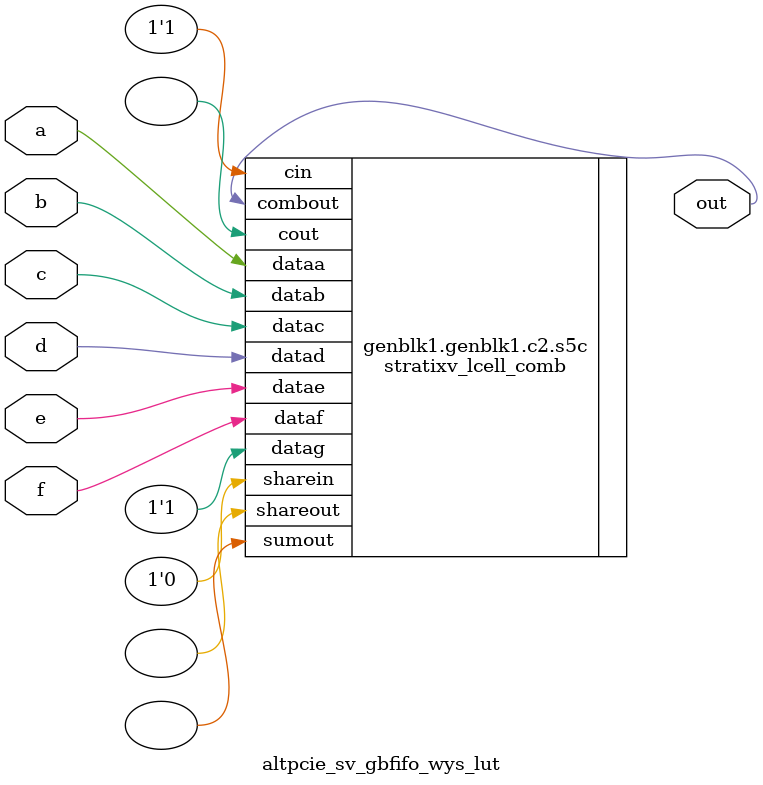
<source format=v>


`timescale 1ns / 1ps
// synthesis translate_on




// CONFIDENCE
// This has been used successfully in multiple Altera wireline projects
//

module altpcie_sv_gbfifo #(
        parameter TARGET_CHIP = 2, // 1 S4, 2 S5,
        parameter SIM_EMULATE = 1'b0,  // simulation equivalent, only for S5 right now
        parameter WIDTH = 80, // typical 20,40,60,80
        parameter PREVENT_OVERFLOW = 1'b1,      // ignore requests that would cause overflow
        parameter PREVENT_UNDERFLOW = 1'b1,     // ignore requests that would cause underflow
        parameter RAM_GROUPS = (WIDTH < 20) ? 1 : (WIDTH / 20), // min 1, WIDTH must be divisible by RAM_GROUPS
        parameter GROUP_RADDR = (WIDTH < 20) ? 1'b0 : 1'b1,  // 1 to duplicate RADDR per group as well as WADDR
        parameter FLAG_DUPES = 1, // if > 1 replicate full / empty flags for fanout balancing
        parameter ADDR_WIDTH = 5, // 4 or 5
        parameter DISABLE_USED = 1'b0
)(
        input clk,
        input sclr,

        input [WIDTH-1:0] wdata,
        input wreq,
        output [FLAG_DUPES-1:0] full,   // optional duplicates for loading

        output [WIDTH-1:0] rdata,
        input rreq,
        output [FLAG_DUPES-1:0] empty,  // optional duplicates for loading

        output [ADDR_WIDTH-1:0] used
);

// synthesis translate off
initial begin
        if (WIDTH > 20 && (RAM_GROUPS * 20 != WIDTH)) begin
                $display ("Error in scfifo_mlab parameters - the physical width is a multiple of 20, this needs to match");
                $stop();
        end
end
// synthesis translate on


////////////////////////////////////
// rereg sclr
////////////////////////////////////

reg sclr_int = 1'b1 /* synthesis preserve */;
always @(posedge clk) begin
        sclr_int <= sclr;
end

////////////////////////////////////
// addr pointers
////////////////////////////////////

wire winc;
wire rinc;

wire [RAM_GROUPS*ADDR_WIDTH-1:0] rptr;
reg [ADDR_WIDTH-1:0] wcntr = {ADDR_WIDTH{1'b0}} /* synthesis preserve */;
reg [ADDR_WIDTH-1:0] rcntr = {ADDR_WIDTH{1'b0}} /* synthesis preserve */;

always @(posedge clk) begin
        if (sclr_int) wcntr <= {ADDR_WIDTH{1'b0}} | 1'b1;
        else if (winc) wcntr <= wcntr + 1'b1;

        if (sclr_int) rcntr <= {ADDR_WIDTH{1'b0}} | (GROUP_RADDR ? 2'd2 : 2'd1);
        else if (rinc) rcntr <= rcntr + 1'b1;
end

// optional duplication of the read address
generate
        if (GROUP_RADDR) begin : gr
                reg [RAM_GROUPS*ADDR_WIDTH-1:0] rptr_r = {RAM_GROUPS{{ADDR_WIDTH{1'b0}} | 1'b1}}
                        /* synthesis preserve */;
                always @(posedge clk) begin
                        if (sclr_int) rptr_r <= {RAM_GROUPS{{ADDR_WIDTH{1'b0}} | 1'b1}} ;
                        else if (rinc) rptr_r <= {RAM_GROUPS{rcntr}};
                end
                assign rptr = rptr_r;
        end
        else begin : ngr
                assign rptr = {RAM_GROUPS{rcntr}};
        end
endgenerate

//////////////////////////////////////////////////
// adjust pointers for RAM latency
//////////////////////////////////////////////////

reg [ADDR_WIDTH-1:0] rptr_completed = {ADDR_WIDTH{1'b0}};

always @(posedge clk) begin
        if (sclr_int) begin
                rptr_completed <= {ADDR_WIDTH{1'b0}};
        end
        else begin
                if (rinc) rptr_completed <= rptr[ADDR_WIDTH-1:0];
        end
end

reg [ADDR_WIDTH-1:0] wptr_d = {ADDR_WIDTH{1'b0}};
reg [ADDR_WIDTH-1:0] wptr_completed = {ADDR_WIDTH{1'b0}};

wire [ADDR_WIDTH-1:0] wptr_d_w = winc ? wcntr : wptr_d /* synthesis keep */;

always @(posedge clk) begin
        if (sclr_int) begin
                wptr_d <= {ADDR_WIDTH{1'b0}};
                wptr_completed <= {ADDR_WIDTH{1'b0}};
        end
        else begin
                wptr_d <= wptr_d_w;
                wptr_completed <= wptr_d;
        end
end

//////////////////////////////////////////////////
// compare pointers
//////////////////////////////////////////////////

genvar i;
generate
        for (i=0; i<FLAG_DUPES; i=i+1) begin : fg

                //assign full[i] = ~|(rptr_completed ^ wcntr);
                //assign empty[i] = ~|(rptr_completed ^ wptr_completed);

                altpcie_sv_gbfifo_eq_5_ena eq0 (
                        .da(5'h0 | rptr_completed),
                        .db(5'h0 | wcntr),
                        .ena(1'b1),
                        .eq(full[i])
                );
                defparam eq0 .TARGET_CHIP = TARGET_CHIP;   // 0 generic, 1 S4, 2 S5

                altpcie_sv_gbfifo_eq_5_ena eq1 (
                        .da(5'h0 | rptr_completed),
                        .db(5'h0 | wptr_completed),
                        .ena(1'b1),
                        .eq(empty[i])
                );
                defparam eq1 .TARGET_CHIP = TARGET_CHIP;   // 0 generic, 1 S4, 2 S5

        end
endgenerate

//////////////////////////////////////////////////
// storage array - split in addr reg groups
//////////////////////////////////////////////////

reg [ADDR_WIDTH*RAM_GROUPS-1:0] waddr_reg = {(RAM_GROUPS*ADDR_WIDTH){1'b0}} /* synthesis preserve */;
reg [WIDTH-1:0] wdata_reg = {WIDTH{1'b0}} /* synthesis preserve */;
wire [WIDTH-1:0] ram_q;
reg [WIDTH-1:0] rdata_reg = {WIDTH{1'b0}};

wire [ADDR_WIDTH-1:0] wptr_inv = wcntr ^ 1'b1;
always @(posedge clk) begin
        waddr_reg <= {RAM_GROUPS{wptr_inv}};
        wdata_reg <= wdata;
end

generate
        for (i=0; i<RAM_GROUPS;i=i+1) begin : sm
                if (TARGET_CHIP == 1) begin : tc1
                        alt_s4mlab sm0 (
                                .wclk(clk),
                                .wena(1'b1),
                                .waddr_reg(waddr_reg[((i+1)*ADDR_WIDTH)-1:i*ADDR_WIDTH]),
                                .wdata_reg(wdata_reg[(i+1)*(WIDTH/RAM_GROUPS)-1:i*(WIDTH/RAM_GROUPS)]),
                                .raddr(rptr[((i+1)*ADDR_WIDTH)-1:i*ADDR_WIDTH] ^ 1'b1),
                                .rdata(ram_q[(i+1)*(WIDTH/RAM_GROUPS)-1:i*(WIDTH/RAM_GROUPS)])
                        );
                        defparam sm0 .WIDTH = WIDTH / RAM_GROUPS;
                        defparam sm0 .ADDR_WIDTH = ADDR_WIDTH;
                end
                else if (TARGET_CHIP == 2 || TARGET_CHIP == 0) begin : tc2
                        altpcie_sv_gbfifo_s5mlab sm0 (
                                .wclk(clk),
                                .wena(1'b1),
                                .waddr_reg(waddr_reg[((i+1)*ADDR_WIDTH)-1:i*ADDR_WIDTH]),
                                .wdata_reg(wdata_reg[(i+1)*(WIDTH/RAM_GROUPS)-1:i*(WIDTH/RAM_GROUPS)]),
                                .raddr(rptr[((i+1)*ADDR_WIDTH)-1:i*ADDR_WIDTH] ^ 1'b1),
                                .rdata(ram_q[(i+1)*(WIDTH/RAM_GROUPS)-1:i*(WIDTH/RAM_GROUPS)])
                        );
                        defparam sm0 .WIDTH = WIDTH / RAM_GROUPS;
                        defparam sm0 .ADDR_WIDTH = ADDR_WIDTH;
                        defparam sm0 .SIM_EMULATE = SIM_EMULATE;
                end
                else if (TARGET_CHIP == 5) begin : tc5
                        alt_a10mlab sm0 (
                                .wclk(clk),
                                .wena(1'b1),
                                .waddr_reg(waddr_reg[((i+1)*ADDR_WIDTH)-1:i*ADDR_WIDTH]),
                                .wdata_reg(wdata_reg[(i+1)*(WIDTH/RAM_GROUPS)-1:i*(WIDTH/RAM_GROUPS)]),
                                .raddr(rptr[((i+1)*ADDR_WIDTH)-1:i*ADDR_WIDTH] ^ 1'b1),
                                .rdata(ram_q[(i+1)*(WIDTH/RAM_GROUPS)-1:i*(WIDTH/RAM_GROUPS)])
                        );
                        defparam sm0 .WIDTH = WIDTH / RAM_GROUPS;
                        defparam sm0 .ADDR_WIDTH = ADDR_WIDTH;
                        defparam sm0 .SIM_EMULATE = SIM_EMULATE;
                end
                else begin : tc66
                        // synthesis translate off
                        initial begin
                                $display ("Error - Unsure how to make mlab cells for this target chip");
                                $stop();
                        end
                        // synthesis translate on
                end
        end
endgenerate

// output reg - don't defeat clock enable (?) Works really well on S5
wire [WIDTH-1:0] rdata_mx = rinc ? ram_q: rdata_reg ;
always @(posedge clk) begin
        rdata_reg <= rdata_mx;
end
assign rdata = rdata_reg;

//////////////////////////////////////////////////
// used words
//////////////////////////////////////////////////

generate
        if (DISABLE_USED) begin : nwu
                assign used = {ADDR_WIDTH{1'b0}};
        end
        else begin : wu
                reg [ADDR_WIDTH-1:0] used_r = {ADDR_WIDTH{1'b0}} /* synthesis preserve */;
                always @(posedge clk) begin
                        used_r <= wptr_completed - rptr_completed;
                end
                assign used = used_r;
        end
endgenerate

////////////////////////////////////
// qualified requests
////////////////////////////////////

//wire winc = wreq & (~full[0] | ~PREVENT_OVERFLOW);
//wire rinc = rreq & (~empty[0] | ~PREVENT_UNDERFLOW);

generate
        if (PREVENT_OVERFLOW) begin
                altpcie_sv_gbfifo_neq_5_ena eq2 (
                        .da(5'h0 | rptr_completed),
                        .db(5'h0 | wcntr),
                        .ena(wreq),
                        .eq(winc)
                );
                defparam eq2 .TARGET_CHIP = TARGET_CHIP;   // 0 generic, 1 S4, 2 S5
        end
        else assign winc = wreq;
endgenerate

generate
        if (PREVENT_UNDERFLOW) begin
                altpcie_sv_gbfifo_neq_5_ena eq3 (
                        .da(5'h0 | rptr_completed),
                        .db(5'h0 | wptr_completed),
                        .ena(rreq),
                        .eq(rinc)
                );
                defparam eq3 .TARGET_CHIP = TARGET_CHIP;   // 0 generic, 1 S4, 2 S5
        end
        else assign rinc = rreq;
endgenerate

endmodule


// BENCHMARK INFO :  5SGXEA7N2F45C2
// BENCHMARK INFO :  Quartus II 64-Bit Version 13.1.0 Build 162 10/23/2013 SJ Full Version
// BENCHMARK INFO :  Uses helper file :  alt_scfifo_mlab.v
// BENCHMARK INFO :  Uses helper file :  altpcie_sv_gbfifo_eq_5_ena.v
// BENCHMARK INFO :  Uses helper file :  altpcie_sv_gbfifo_wys_lut.v
// BENCHMARK INFO :  Uses helper file :  altpcie_sv_gbfifo_s5mlab.v
// BENCHMARK INFO :  Uses helper file :  altpcie_sv_gbfifo_neq_5_ena.v
// BENCHMARK INFO :  Max depth :  3.0 LUTs
// BENCHMARK INFO :  Total registers : 231
// BENCHMARK INFO :  Total pins : 171
// BENCHMARK INFO :  Total virtual pins : 0
// BENCHMARK INFO :  Total block memory bits : 0
// BENCHMARK INFO :  Comb ALUTs :  38
// BENCHMARK INFO :  ALMs : 93 / 234,720 ( < 1 % )
// BENCHMARK INFO :  Worst setup path @ 468.75MHz : 0.393 ns, From gr.rptr_r[19], To rdata_reg[73]}
// BENCHMARK INFO :  Worst setup path @ 468.75MHz : 0.101 ns, From rptr_completed[1], To altpcie_sv_gbfifo_s5mlab:sm[1].tc2.sm0|ml[0].lrm~ENA1REGOUT}
// BENCHMARK INFO :  Worst setup path @ 468.75MHz : 0.453 ns, From rptr_completed[2], To rcntr[0]}
//
//
//
// baeckler - 01-25-2012
// force the decomposition of 5 bit FIFO pointer compare with enable

// DESCRIPTION
//
// This is a pipelined comparator for din_a != din_b with an enable AND gate at the output.
//


module altpcie_sv_gbfifo_neq_5_ena #(
        parameter TARGET_CHIP = 2   // 0 generic, 1 S4, 2 S5
)(
        input [4:0] da,
        input [4:0] db,
        input ena,
        output eq
);

wire w0_o;
altpcie_sv_gbfifo_wys_lut w0 (
        .a(da[0]),
        .b(da[1]),
        .c(da[2]),
        .d(db[0]),
        .e(db[1]),
        .f(db[2]),
        .out (w0_o)
);
defparam w0 .TARGET_CHIP = TARGET_CHIP;
defparam w0 .MASK = 64'h8040201008040201; // {a,b,c} == {d,e,f}

altpcie_sv_gbfifo_wys_lut w1 (
        .a(ena),
        .b(da[3]),
        .c(da[4]),
        .d(db[3]),
        .e(db[4]),
        .f(w0_o),
        .out (eq)
);
defparam w1 .TARGET_CHIP = TARGET_CHIP;
defparam w1 .MASK = 64'h2a8aa2a8aaaaaaaa; // (!({b,c} == {d,e}) || !f) && a;


endmodule

// baeckler - 01-16-2012

// DESCRIPTION
//
// This is a low level instantiation of the Stratix 5 MLAB. Note that the inputs with _reg in the name need to
// be directly driven by registers to pass legality checking.
//



// CONFIDENCE
// This is a key low level wrapper used in many places
//

module altpcie_sv_gbfifo_s5mlab #(
        parameter WIDTH = 20,
        parameter ADDR_WIDTH = 5,
        parameter SIM_EMULATE = 1'b0   // this may not be exactly the same at the fine grain timing level
)
(
        input wclk,
        input wena,
        input [ADDR_WIDTH-1:0] waddr_reg,
        input [WIDTH-1:0] wdata_reg,
        input [ADDR_WIDTH-1:0] raddr,
        output [WIDTH-1:0] rdata
);

localparam NUM_WORDS = (1 << ADDR_WIDTH);
genvar i;
generate
        if (!SIM_EMULATE) begin
                /////////////////////////////////////////////
                // hardware cells

                for (i=0; i<WIDTH; i=i+1)  begin : ml
                        wire wclk_w = wclk;  // workaround strange modelsim warning due to cell model tristate
                        stratixv_mlab_cell lrm (
                                .clk0(wclk_w),
                                .ena0(wena),

                                // synthesis translate off
                                .clk1(1'b0),
                                .ena1(1'b1),
                                .ena2(1'b1),
                                .clr(1'b0),
                                .devclrn(1'b1),
                                .devpor(1'b1),
                                // synthesis translate on

                                .portabyteenamasks(1'b1),
                                .portadatain(wdata_reg[i]),
                                .portaaddr(waddr_reg),
                                .portbaddr(raddr),
                                .portbdataout(rdata[i])

                        );

                        defparam lrm .mixed_port_feed_through_mode = "dont_care";
                        defparam lrm .logical_ram_name = "lrm";
                        defparam lrm .logical_ram_depth = 1 << ADDR_WIDTH;
                        defparam lrm .logical_ram_width = WIDTH;
                        defparam lrm .first_address = 0;
                        defparam lrm .last_address = (1 << ADDR_WIDTH)-1;
                        defparam lrm .first_bit_number = i;
                        defparam lrm .data_width = 1;
                        defparam lrm .address_width = ADDR_WIDTH;
                end
        end
        else begin
                /////////////////////////////////////////////
                // sim equivalent

                reg [WIDTH-1:0] storage [0:NUM_WORDS-1];
                integer k = 0;
                initial begin
                        for (k=0; k<NUM_WORDS; k=k+1) begin
                                storage[k] = 0;
                        end
                end

                always @(posedge wclk) begin
                        if (wena) storage [waddr_reg] <= wdata_reg;
                end

                reg [WIDTH-1:0] rdata_b = 0;
                always @(*) begin
                        rdata_b = storage[raddr];
                end

                assign rdata = rdata_b;
        end

endgenerate

endmodule

// BENCHMARK INFO :  5SGXEA7N2F45C2
// BENCHMARK INFO :  Quartus II 64-Bit Version 13.1.0 Build 162 10/23/2013 SJ Full Version
// BENCHMARK INFO :  Uses helper file :  altpcie_sv_gbfifo_s5mlab.v
// BENCHMARK INFO :  Max depth :  0.0 LUTs
// BENCHMARK INFO :  Total registers : 0
// BENCHMARK INFO :  Total pins : 52
// BENCHMARK INFO :  Total virtual pins : 0
// BENCHMARK INFO :  Total block memory bits : 0
// BENCHMARK INFO :  Comb ALUTs :  1
// BENCHMARK INFO :  ALMs : 11 / 234,720 ( < 1 % )
// BENCHMARK INFO :  Worst setup path @ 468.75MHz : 2.063 ns, From wclk~inputCLKENA0FMAX_CAP_FF0, To wclk~inputCLKENA0FMAX_CAP_FF1}
// BENCHMARK INFO :  Worst setup path @ 468.75MHz : 2.063 ns, From wclk~inputCLKENA0FMAX_CAP_FF0, To wclk~inputCLKENA0FMAX_CAP_FF1}
// BENCHMARK INFO :  Worst setup path @ 468.75MHz : 2.063 ns, From wclk~inputCLKENA0FMAX_CAP_FF0, To wclk~inputCLKENA0FMAX_CAP_FF1}

// baeckler - 01-25-2012
// force the decomposition of 5 bit FIFO pointer compare with enable

// DESCRIPTION
//
// This is a WYSIWYG cell implementation of equality comparison of two 5 bit busses with an enable signal.
//



// CONFIDENCE
// This is a small equality circuit.  Any problems should be easily spotted in simulation.
//

module altpcie_sv_gbfifo_eq_5_ena #(
        parameter TARGET_CHIP = 2   // 0 generic, 1 S4, 2 S5
)(
        input [4:0] da,
        input [4:0] db,
        input ena,
        output eq
);

wire w0_o;
altpcie_sv_gbfifo_wys_lut w0 (
        .a(da[0]),
        .b(da[1]),
        .c(da[2]),
        .d(db[0]),
        .e(db[1]),
        .f(db[2]),
        .out (w0_o)
);
defparam w0 .TARGET_CHIP = TARGET_CHIP;
defparam w0 .MASK = 64'h8040201008040201; // {a,b,c} == {d,e,f}

altpcie_sv_gbfifo_wys_lut w1 (
        .a(ena),
        .b(da[3]),
        .c(da[4]),
        .d(db[3]),
        .e(db[4]),
        .f(w0_o),
        .out (eq)
);
defparam w1 .TARGET_CHIP = TARGET_CHIP;
defparam w1 .MASK = 64'h8020080200000000; // ({b,c} == {d,e}) && a && f


endmodule
// BENCHMARK INFO :  5SGXEA7N2F45C2
// BENCHMARK INFO :  Quartus II 64-Bit Version 13.1.0 Build 162 10/23/2013 SJ Full Version
// BENCHMARK INFO :  Uses helper file :  altpcie_sv_gbfifo_eq_5_ena.v
// BENCHMARK INFO :  Uses helper file :  altpcie_sv_gbfifo_wys_lut.v
// BENCHMARK INFO :  Max depth :  2.0 LUTs
// BENCHMARK INFO :  Total registers : 0
// BENCHMARK INFO :  Total pins : 12
// BENCHMARK INFO :  Total virtual pins : 0
// BENCHMARK INFO :  Total block memory bits : 0
// BENCHMARK INFO :  Comb ALUTs :  3
// BENCHMARK INFO :  ALMs : 3 / 234,720 ( < 1 % )

// DESCRIPTION
//
//
// This is a multiple chip family WYSIWYG LUT. WYSIWYG cells are cumbersome, but the only way to
// guarantee that complex LUT decompositions are implemented exactly as desired. It has a generic mode
// for comparing against a simple truth table implementation.
//



// CONFIDENCE
// This component is simple, and used absolutely everywhere.
//

module altpcie_sv_gbfifo_wys_lut #(
        parameter MASK = 64'h6996966996696996, // xor6
        parameter TARGET_CHIP = 2 // 0 generic, 1=S4, 2=S5, 3=A5, 4=C5, 5=A10
)
(
        input a,b,c,d,e,f,
        output out
);

// Handy masks -
// 64'h8040201008040201 {a,b,c} == {d,e,f}
// 64'h6996966996696996 xor 6
// 64'h8020080200000000 ({b,c} == {d,e}) && a && f

generate
        if (TARGET_CHIP == 0) begin : c0
                // family neutral / simulation version
                wire [5:0] addr = {f,e,d,c,b,a};
                wire [63:0] tmp = MASK >> addr;
                assign out = tmp[0];
        end
        else if (TARGET_CHIP == 1) begin : c1
                stratixiv_lcell_comb s4c (
                  .dataa (a),.datab (b),.datac (c),.datad (d),.datae (e),.dataf (f),.datag(1'b1),
                  .cin(1'b1),.sharein(1'b0),.sumout(),.cout(),.shareout(),
                  .combout(out));
                defparam s4c .lut_mask = MASK;
                defparam s4c .shared_arith = "off";
                defparam s4c .extended_lut = "off";

        end
        else if (TARGET_CHIP == 2) begin : c2
                stratixv_lcell_comb s5c (
                  .dataa (a),.datab (b),.datac (c),.datad (d),.datae (e),.dataf (f),.datag(1'b1),
                  .cin(1'b1),.sharein(1'b0),.sumout(),.cout(),.shareout(),
                  .combout(out));
                defparam s5c .lut_mask = MASK;
                defparam s5c .shared_arith = "off";
                defparam s5c .extended_lut = "off";
        end
        else if (TARGET_CHIP == 3) begin : c3
                arriav_lcell_comb a5c (
                  .dataa (a),.datab (b),.datac (c),.datad (d),.datae (e),.dataf (f),.datag(1'b1),
                  .cin(1'b1),.sharein(1'b0),.sumout(),.cout(),.shareout(),
                  .combout(out));
                defparam a5c .lut_mask = MASK;
                defparam a5c .shared_arith = "off";
                defparam a5c .extended_lut = "off";
        end
        else if (TARGET_CHIP == 4) begin : c4
                cyclonev_lcell_comb c5c (
                  .dataa (a),.datab (b),.datac (c),.datad (d),.datae (e),.dataf (f),.datag(1'b1),
                  .cin(1'b1),.sharein(1'b0),.sumout(),.cout(),.shareout(),
                  .combout(out));
                defparam c5c .lut_mask = MASK;
                defparam c5c .shared_arith = "off";
                defparam c5c .extended_lut = "off";
        end
        else if (TARGET_CHIP == 5) begin : a10
                twentynm_lcell_comb a10c (
                  .dataa (a),.datab (b),.datac (c),.datad (d),.datae (e),.dataf (f),.datag(1'b1),
                  .cin(1'b1),.sharein(1'b0),.sumout(),.cout(),.shareout(),
                  .combout(out));
                defparam a10c .lut_mask = MASK;
                defparam a10c .shared_arith = "off";
                defparam a10c .extended_lut = "off";
        end
        else begin
                // synthesis translate off
                initial begin
                        $display ("ERROR: Illegal TARGET_CHIP");
                        $stop();
                end
                // synthesis translate on
                assign out = 1'b0;
        end
endgenerate


endmodule

// BENCHMARK INFO :  5SGXEA7N2F45C2
// BENCHMARK INFO :  Quartus II 64-Bit Version 13.1.0 Build 162 10/23/2013 SJ Full Version
// BENCHMARK INFO :  Uses helper file :  altpcie_sv_gbfifo_wys_lut.v
// BENCHMARK INFO :  Max depth :  1.0 LUTs
// BENCHMARK INFO :  Total registers : 0
// BENCHMARK INFO :  Total pins : 7
// BENCHMARK INFO :  Total virtual pins : 0
// BENCHMARK INFO :  Total block memory bits : 0
// BENCHMARK INFO :  Comb ALUTs :  2
// BENCHMARK INFO :  ALMs : 2 / 234,720 ( < 1 % )

</source>
